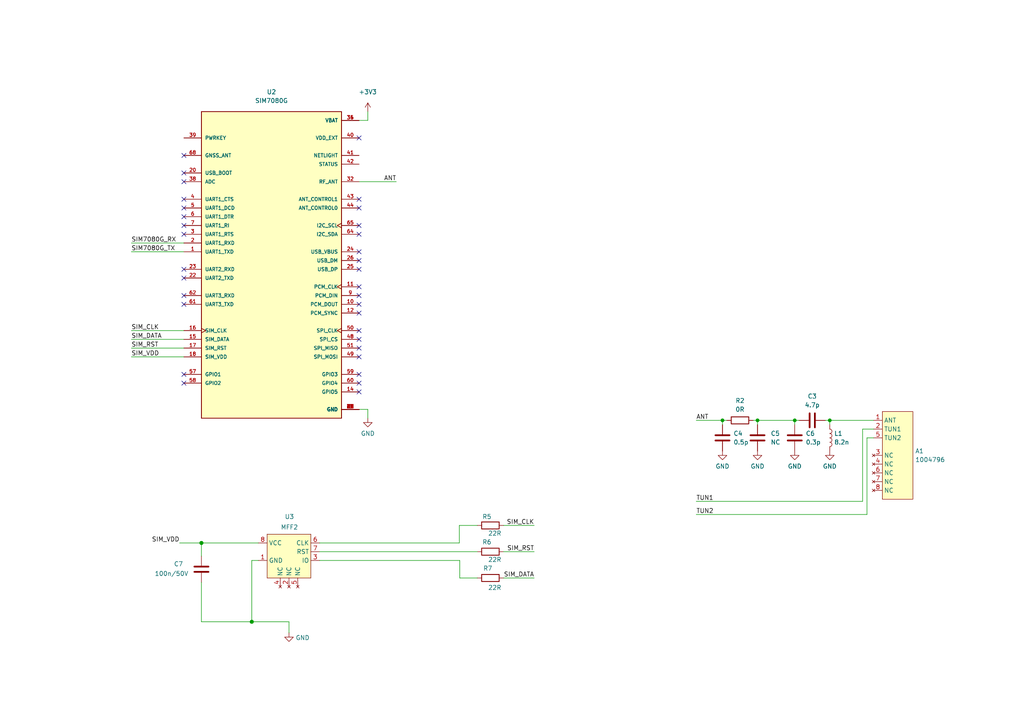
<source format=kicad_sch>
(kicad_sch (version 20211123) (generator eeschema)

  (uuid bd55fdf4-4b26-4e15-8345-bccf8d6ca79b)

  (paper "A4")

  (lib_symbols
    (symbol "Device:C" (pin_numbers hide) (pin_names (offset 0.254)) (in_bom yes) (on_board yes)
      (property "Reference" "C" (id 0) (at 0.635 2.54 0)
        (effects (font (size 1.27 1.27)) (justify left))
      )
      (property "Value" "C" (id 1) (at 0.635 -2.54 0)
        (effects (font (size 1.27 1.27)) (justify left))
      )
      (property "Footprint" "" (id 2) (at 0.9652 -3.81 0)
        (effects (font (size 1.27 1.27)) hide)
      )
      (property "Datasheet" "~" (id 3) (at 0 0 0)
        (effects (font (size 1.27 1.27)) hide)
      )
      (property "ki_keywords" "cap capacitor" (id 4) (at 0 0 0)
        (effects (font (size 1.27 1.27)) hide)
      )
      (property "ki_description" "Unpolarized capacitor" (id 5) (at 0 0 0)
        (effects (font (size 1.27 1.27)) hide)
      )
      (property "ki_fp_filters" "C_*" (id 6) (at 0 0 0)
        (effects (font (size 1.27 1.27)) hide)
      )
      (symbol "C_0_1"
        (polyline
          (pts
            (xy -2.032 -0.762)
            (xy 2.032 -0.762)
          )
          (stroke (width 0.508) (type default) (color 0 0 0 0))
          (fill (type none))
        )
        (polyline
          (pts
            (xy -2.032 0.762)
            (xy 2.032 0.762)
          )
          (stroke (width 0.508) (type default) (color 0 0 0 0))
          (fill (type none))
        )
      )
      (symbol "C_1_1"
        (pin passive line (at 0 3.81 270) (length 2.794)
          (name "~" (effects (font (size 1.27 1.27))))
          (number "1" (effects (font (size 1.27 1.27))))
        )
        (pin passive line (at 0 -3.81 90) (length 2.794)
          (name "~" (effects (font (size 1.27 1.27))))
          (number "2" (effects (font (size 1.27 1.27))))
        )
      )
    )
    (symbol "Device:L" (pin_numbers hide) (pin_names (offset 1.016) hide) (in_bom yes) (on_board yes)
      (property "Reference" "L" (id 0) (at -1.27 0 90)
        (effects (font (size 1.27 1.27)))
      )
      (property "Value" "L" (id 1) (at 1.905 0 90)
        (effects (font (size 1.27 1.27)))
      )
      (property "Footprint" "" (id 2) (at 0 0 0)
        (effects (font (size 1.27 1.27)) hide)
      )
      (property "Datasheet" "~" (id 3) (at 0 0 0)
        (effects (font (size 1.27 1.27)) hide)
      )
      (property "ki_keywords" "inductor choke coil reactor magnetic" (id 4) (at 0 0 0)
        (effects (font (size 1.27 1.27)) hide)
      )
      (property "ki_description" "Inductor" (id 5) (at 0 0 0)
        (effects (font (size 1.27 1.27)) hide)
      )
      (property "ki_fp_filters" "Choke_* *Coil* Inductor_* L_*" (id 6) (at 0 0 0)
        (effects (font (size 1.27 1.27)) hide)
      )
      (symbol "L_0_1"
        (arc (start 0 -2.54) (mid 0.635 -1.905) (end 0 -1.27)
          (stroke (width 0) (type default) (color 0 0 0 0))
          (fill (type none))
        )
        (arc (start 0 -1.27) (mid 0.635 -0.635) (end 0 0)
          (stroke (width 0) (type default) (color 0 0 0 0))
          (fill (type none))
        )
        (arc (start 0 0) (mid 0.635 0.635) (end 0 1.27)
          (stroke (width 0) (type default) (color 0 0 0 0))
          (fill (type none))
        )
        (arc (start 0 1.27) (mid 0.635 1.905) (end 0 2.54)
          (stroke (width 0) (type default) (color 0 0 0 0))
          (fill (type none))
        )
      )
      (symbol "L_1_1"
        (pin passive line (at 0 3.81 270) (length 1.27)
          (name "1" (effects (font (size 1.27 1.27))))
          (number "1" (effects (font (size 1.27 1.27))))
        )
        (pin passive line (at 0 -3.81 90) (length 1.27)
          (name "2" (effects (font (size 1.27 1.27))))
          (number "2" (effects (font (size 1.27 1.27))))
        )
      )
    )
    (symbol "Device:R" (pin_numbers hide) (pin_names (offset 0)) (in_bom yes) (on_board yes)
      (property "Reference" "R" (id 0) (at 2.032 0 90)
        (effects (font (size 1.27 1.27)))
      )
      (property "Value" "R" (id 1) (at 0 0 90)
        (effects (font (size 1.27 1.27)))
      )
      (property "Footprint" "" (id 2) (at -1.778 0 90)
        (effects (font (size 1.27 1.27)) hide)
      )
      (property "Datasheet" "~" (id 3) (at 0 0 0)
        (effects (font (size 1.27 1.27)) hide)
      )
      (property "ki_keywords" "R res resistor" (id 4) (at 0 0 0)
        (effects (font (size 1.27 1.27)) hide)
      )
      (property "ki_description" "Resistor" (id 5) (at 0 0 0)
        (effects (font (size 1.27 1.27)) hide)
      )
      (property "ki_fp_filters" "R_*" (id 6) (at 0 0 0)
        (effects (font (size 1.27 1.27)) hide)
      )
      (symbol "R_0_1"
        (rectangle (start -1.016 -2.54) (end 1.016 2.54)
          (stroke (width 0.254) (type default) (color 0 0 0 0))
          (fill (type none))
        )
      )
      (symbol "R_1_1"
        (pin passive line (at 0 3.81 270) (length 1.27)
          (name "~" (effects (font (size 1.27 1.27))))
          (number "1" (effects (font (size 1.27 1.27))))
        )
        (pin passive line (at 0 -3.81 90) (length 1.27)
          (name "~" (effects (font (size 1.27 1.27))))
          (number "2" (effects (font (size 1.27 1.27))))
        )
      )
    )
    (symbol "GND_6" (power) (pin_numbers hide) (pin_names (offset 0) hide) (in_bom yes) (on_board yes)
      (property "Reference" "#PWR" (id 0) (at 0 -6.35 0)
        (effects (font (size 1.27 1.27)) hide)
      )
      (property "Value" "GND_6" (id 1) (at 0 -3.81 0)
        (effects (font (size 1.27 1.27)))
      )
      (property "Footprint" "" (id 2) (at 0 0 0)
        (effects (font (size 1.27 1.27)) hide)
      )
      (property "Datasheet" "" (id 3) (at 0 0 0)
        (effects (font (size 1.27 1.27)) hide)
      )
      (property "ki_keywords" "power-flag" (id 4) (at 0 0 0)
        (effects (font (size 1.27 1.27)) hide)
      )
      (property "ki_description" "Power symbol creates a global label with name \"GND\" , ground" (id 5) (at 0 0 0)
        (effects (font (size 1.27 1.27)) hide)
      )
      (symbol "GND_6_0_1"
        (polyline
          (pts
            (xy 0 0)
            (xy 0 -1.27)
            (xy 1.27 -1.27)
            (xy 0 -2.54)
            (xy -1.27 -1.27)
            (xy 0 -1.27)
          )
          (stroke (width 0) (type default) (color 0 0 0 0))
          (fill (type none))
        )
      )
      (symbol "GND_6_1_1"
        (pin power_in line (at 0 0 270) (length 0) hide
          (name "GND" (effects (font (size 1.27 1.27))))
          (number "1" (effects (font (size 1.27 1.27))))
        )
      )
    )
    (symbol "MFF2:MFF2" (in_bom yes) (on_board yes)
      (property "Reference" "U" (id 0) (at 8.89 3.81 0)
        (effects (font (size 1.27 1.27)))
      )
      (property "Value" "MFF2" (id 1) (at 8.89 6.35 0)
        (effects (font (size 1.27 1.27)))
      )
      (property "Footprint" "" (id 2) (at 0 0 0)
        (effects (font (size 1.27 1.27)) hide)
      )
      (property "Datasheet" "" (id 3) (at 0 0 0)
        (effects (font (size 1.27 1.27)) hide)
      )
      (symbol "MFF2_0_0"
        (pin unspecified line (at 0 -5.08 0) (length 2.54)
          (name "GND" (effects (font (size 1.27 1.27))))
          (number "1" (effects (font (size 1.27 1.27))))
        )
        (pin no_connect line (at 8.89 -12.7 90) (length 2.54)
          (name "NC" (effects (font (size 1.27 1.27))))
          (number "2" (effects (font (size 1.27 1.27))))
        )
        (pin unspecified line (at 17.78 -5.08 180) (length 2.54)
          (name "IO" (effects (font (size 1.27 1.27))))
          (number "3" (effects (font (size 1.27 1.27))))
        )
        (pin no_connect line (at 6.35 -12.7 90) (length 2.54)
          (name "NC" (effects (font (size 1.27 1.27))))
          (number "4" (effects (font (size 1.27 1.27))))
        )
        (pin no_connect line (at 11.43 -12.7 90) (length 2.54)
          (name "NC" (effects (font (size 1.27 1.27))))
          (number "5" (effects (font (size 1.27 1.27))))
        )
        (pin unspecified line (at 17.78 0 180) (length 2.54)
          (name "CLK" (effects (font (size 1.27 1.27))))
          (number "6" (effects (font (size 1.27 1.27))))
        )
        (pin unspecified line (at 17.78 -2.54 180) (length 2.54)
          (name "RST" (effects (font (size 1.27 1.27))))
          (number "7" (effects (font (size 1.27 1.27))))
        )
        (pin unspecified line (at 0 0 0) (length 2.54)
          (name "VCC" (effects (font (size 1.27 1.27))))
          (number "8" (effects (font (size 1.27 1.27))))
        )
      )
      (symbol "MFF2_0_1"
        (rectangle (start 2.54 2.54) (end 15.24 -10.16)
          (stroke (width 0.1524) (type default) (color 0 0 0 0))
          (fill (type background))
        )
      )
    )
    (symbol "SIM7080G:SIM7080G" (pin_names (offset 1.016)) (in_bom yes) (on_board yes)
      (property "Reference" "U" (id 0) (at -20.066 44.196 0)
        (effects (font (size 1.27 1.27)) (justify left bottom))
      )
      (property "Value" "SIM7080G" (id 1) (at -20.066 -46.736 0)
        (effects (font (size 1.27 1.27)) (justify left top))
      )
      (property "Footprint" "SIM7080G" (id 2) (at 0 22.86 0)
        (effects (font (size 1.27 1.27)) (justify bottom) hide)
      )
      (property "Datasheet" "" (id 3) (at 0 0 0)
        (effects (font (size 1.27 1.27)) hide)
      )
      (property "MAXIMUM_PACKAGE_HEIGHT" "2.6 mm" (id 4) (at 0 0 0)
        (effects (font (size 1.27 1.27)) (justify bottom) hide)
      )
      (property "PARTREV" "1.04" (id 5) (at 0 35.56 0)
        (effects (font (size 1.27 1.27)) (justify bottom) hide)
      )
      (property "STANDARD" "Manufacturer Recommendation" (id 6) (at -2.54 39.37 0)
        (effects (font (size 1.27 1.27)) (justify bottom) hide)
      )
      (property "MANUFACTURER" "SIMCOM" (id 7) (at 0 25.4 0)
        (effects (font (size 1.27 1.27)) (justify bottom) hide)
      )
      (symbol "SIM7080G_0_0"
        (rectangle (start -20.32 -45.72) (end 20.32 43.18)
          (stroke (width 0.254) (type default) (color 0 0 0 0))
          (fill (type background))
        )
        (pin output line (at -25.4 2.54 0) (length 5.08)
          (name "UART1_TXD" (effects (font (size 1.016 1.016))))
          (number "1" (effects (font (size 1.016 1.016))))
        )
        (pin output line (at 25.4 -12.7 180) (length 5.08)
          (name "PCM_DOUT" (effects (font (size 1.016 1.016))))
          (number "10" (effects (font (size 1.016 1.016))))
        )
        (pin output clock (at 25.4 -7.62 180) (length 5.08)
          (name "PCM_CLK" (effects (font (size 1.016 1.016))))
          (number "11" (effects (font (size 1.016 1.016))))
        )
        (pin output line (at 25.4 -15.24 180) (length 5.08)
          (name "PCM_SYNC" (effects (font (size 1.016 1.016))))
          (number "12" (effects (font (size 1.016 1.016))))
        )
        (pin power_in line (at 25.4 -43.18 180) (length 5.08)
          (name "GND" (effects (font (size 1.016 1.016))))
          (number "13" (effects (font (size 1.016 1.016))))
        )
        (pin bidirectional line (at 25.4 -38.1 180) (length 5.08)
          (name "GPIO5" (effects (font (size 1.016 1.016))))
          (number "14" (effects (font (size 1.016 1.016))))
        )
        (pin bidirectional line (at -25.4 -22.86 0) (length 5.08)
          (name "SIM_DATA" (effects (font (size 1.016 1.016))))
          (number "15" (effects (font (size 1.016 1.016))))
        )
        (pin output clock (at -25.4 -20.32 0) (length 5.08)
          (name "SIM_CLK" (effects (font (size 1.016 1.016))))
          (number "16" (effects (font (size 1.016 1.016))))
        )
        (pin output line (at -25.4 -25.4 0) (length 5.08)
          (name "SIM_RST" (effects (font (size 1.016 1.016))))
          (number "17" (effects (font (size 1.016 1.016))))
        )
        (pin output line (at -25.4 -27.94 0) (length 5.08)
          (name "SIM_VDD" (effects (font (size 1.016 1.016))))
          (number "18" (effects (font (size 1.016 1.016))))
        )
        (pin power_in line (at 25.4 -43.18 180) (length 5.08)
          (name "GND" (effects (font (size 1.016 1.016))))
          (number "19" (effects (font (size 1.016 1.016))))
        )
        (pin input line (at -25.4 5.08 0) (length 5.08)
          (name "UART1_RXD" (effects (font (size 1.016 1.016))))
          (number "2" (effects (font (size 1.016 1.016))))
        )
        (pin input line (at -25.4 25.4 0) (length 5.08)
          (name "USB_BOOT" (effects (font (size 1.016 1.016))))
          (number "20" (effects (font (size 1.016 1.016))))
        )
        (pin power_in line (at 25.4 -43.18 180) (length 5.08)
          (name "GND" (effects (font (size 1.016 1.016))))
          (number "21" (effects (font (size 1.016 1.016))))
        )
        (pin output line (at -25.4 -5.08 0) (length 5.08)
          (name "UART2_TXD" (effects (font (size 1.016 1.016))))
          (number "22" (effects (font (size 1.016 1.016))))
        )
        (pin input line (at -25.4 -2.54 0) (length 5.08)
          (name "UART2_RXD" (effects (font (size 1.016 1.016))))
          (number "23" (effects (font (size 1.016 1.016))))
        )
        (pin input line (at 25.4 2.54 180) (length 5.08)
          (name "USB_VBUS" (effects (font (size 1.016 1.016))))
          (number "24" (effects (font (size 1.016 1.016))))
        )
        (pin bidirectional line (at 25.4 -2.54 180) (length 5.08)
          (name "USB_DP" (effects (font (size 1.016 1.016))))
          (number "25" (effects (font (size 1.016 1.016))))
        )
        (pin bidirectional line (at 25.4 0 180) (length 5.08)
          (name "USB_DM" (effects (font (size 1.016 1.016))))
          (number "26" (effects (font (size 1.016 1.016))))
        )
        (pin power_in line (at 25.4 -43.18 180) (length 5.08)
          (name "GND" (effects (font (size 1.016 1.016))))
          (number "27" (effects (font (size 1.016 1.016))))
        )
        (pin input line (at -25.4 7.62 0) (length 5.08)
          (name "UART1_RTS" (effects (font (size 1.016 1.016))))
          (number "3" (effects (font (size 1.016 1.016))))
        )
        (pin power_in line (at 25.4 -43.18 180) (length 5.08)
          (name "GND" (effects (font (size 1.016 1.016))))
          (number "30" (effects (font (size 1.016 1.016))))
        )
        (pin power_in line (at 25.4 -43.18 180) (length 5.08)
          (name "GND" (effects (font (size 1.016 1.016))))
          (number "31" (effects (font (size 1.016 1.016))))
        )
        (pin bidirectional line (at 25.4 22.86 180) (length 5.08)
          (name "RF_ANT" (effects (font (size 1.016 1.016))))
          (number "32" (effects (font (size 1.016 1.016))))
        )
        (pin power_in line (at 25.4 -43.18 180) (length 5.08)
          (name "GND" (effects (font (size 1.016 1.016))))
          (number "33" (effects (font (size 1.016 1.016))))
        )
        (pin power_in line (at 25.4 40.64 180) (length 5.08)
          (name "VBAT" (effects (font (size 1.016 1.016))))
          (number "34" (effects (font (size 1.016 1.016))))
        )
        (pin power_in line (at 25.4 40.64 180) (length 5.08)
          (name "VBAT" (effects (font (size 1.016 1.016))))
          (number "35" (effects (font (size 1.016 1.016))))
        )
        (pin power_in line (at 25.4 -43.18 180) (length 5.08)
          (name "GND" (effects (font (size 1.016 1.016))))
          (number "36" (effects (font (size 1.016 1.016))))
        )
        (pin power_in line (at 25.4 -43.18 180) (length 5.08)
          (name "GND" (effects (font (size 1.016 1.016))))
          (number "37" (effects (font (size 1.016 1.016))))
        )
        (pin input line (at -25.4 22.86 0) (length 5.08)
          (name "ADC" (effects (font (size 1.016 1.016))))
          (number "38" (effects (font (size 1.016 1.016))))
        )
        (pin input line (at -25.4 35.56 0) (length 5.08)
          (name "PWRKEY" (effects (font (size 1.016 1.016))))
          (number "39" (effects (font (size 1.016 1.016))))
        )
        (pin output line (at -25.4 17.78 0) (length 5.08)
          (name "UART1_CTS" (effects (font (size 1.016 1.016))))
          (number "4" (effects (font (size 1.016 1.016))))
        )
        (pin output line (at 25.4 35.56 180) (length 5.08)
          (name "VDD_EXT" (effects (font (size 1.016 1.016))))
          (number "40" (effects (font (size 1.016 1.016))))
        )
        (pin output line (at 25.4 30.48 180) (length 5.08)
          (name "NETLIGHT" (effects (font (size 1.016 1.016))))
          (number "41" (effects (font (size 1.016 1.016))))
        )
        (pin output line (at 25.4 27.94 180) (length 5.08)
          (name "STATUS" (effects (font (size 1.016 1.016))))
          (number "42" (effects (font (size 1.016 1.016))))
        )
        (pin bidirectional line (at 25.4 17.78 180) (length 5.08)
          (name "ANT_CONTROL1" (effects (font (size 1.016 1.016))))
          (number "43" (effects (font (size 1.016 1.016))))
        )
        (pin output line (at 25.4 15.24 180) (length 5.08)
          (name "ANT_CONTROL0" (effects (font (size 1.016 1.016))))
          (number "44" (effects (font (size 1.016 1.016))))
        )
        (pin power_in line (at 25.4 -43.18 180) (length 5.08)
          (name "GND" (effects (font (size 1.016 1.016))))
          (number "45" (effects (font (size 1.016 1.016))))
        )
        (pin output line (at 25.4 -22.86 180) (length 5.08)
          (name "SPI_CS" (effects (font (size 1.016 1.016))))
          (number "48" (effects (font (size 1.016 1.016))))
        )
        (pin output line (at 25.4 -27.94 180) (length 5.08)
          (name "SPI_MOSI" (effects (font (size 1.016 1.016))))
          (number "49" (effects (font (size 1.016 1.016))))
        )
        (pin output line (at -25.4 15.24 0) (length 5.08)
          (name "UART1_DCD" (effects (font (size 1.016 1.016))))
          (number "5" (effects (font (size 1.016 1.016))))
        )
        (pin output clock (at 25.4 -20.32 180) (length 5.08)
          (name "SPI_CLK" (effects (font (size 1.016 1.016))))
          (number "50" (effects (font (size 1.016 1.016))))
        )
        (pin input line (at 25.4 -25.4 180) (length 5.08)
          (name "SPI_MISO" (effects (font (size 1.016 1.016))))
          (number "51" (effects (font (size 1.016 1.016))))
        )
        (pin bidirectional line (at -25.4 -33.02 0) (length 5.08)
          (name "GPIO1" (effects (font (size 1.016 1.016))))
          (number "57" (effects (font (size 1.016 1.016))))
        )
        (pin bidirectional line (at -25.4 -35.56 0) (length 5.08)
          (name "GPIO2" (effects (font (size 1.016 1.016))))
          (number "58" (effects (font (size 1.016 1.016))))
        )
        (pin bidirectional line (at 25.4 -33.02 180) (length 5.08)
          (name "GPIO3" (effects (font (size 1.016 1.016))))
          (number "59" (effects (font (size 1.016 1.016))))
        )
        (pin input line (at -25.4 12.7 0) (length 5.08)
          (name "UART1_DTR" (effects (font (size 1.016 1.016))))
          (number "6" (effects (font (size 1.016 1.016))))
        )
        (pin bidirectional line (at 25.4 -35.56 180) (length 5.08)
          (name "GPIO4" (effects (font (size 1.016 1.016))))
          (number "60" (effects (font (size 1.016 1.016))))
        )
        (pin output line (at -25.4 -12.7 0) (length 5.08)
          (name "UART3_TXD" (effects (font (size 1.016 1.016))))
          (number "61" (effects (font (size 1.016 1.016))))
        )
        (pin input line (at -25.4 -10.16 0) (length 5.08)
          (name "UART3_RXD" (effects (font (size 1.016 1.016))))
          (number "62" (effects (font (size 1.016 1.016))))
        )
        (pin power_in line (at 25.4 -43.18 180) (length 5.08)
          (name "GND" (effects (font (size 1.016 1.016))))
          (number "63" (effects (font (size 1.016 1.016))))
        )
        (pin bidirectional line (at 25.4 7.62 180) (length 5.08)
          (name "I2C_SDA" (effects (font (size 1.016 1.016))))
          (number "64" (effects (font (size 1.016 1.016))))
        )
        (pin output clock (at 25.4 10.16 180) (length 5.08)
          (name "I2C_SCL" (effects (font (size 1.016 1.016))))
          (number "65" (effects (font (size 1.016 1.016))))
        )
        (pin power_in line (at 25.4 -43.18 180) (length 5.08)
          (name "GND" (effects (font (size 1.016 1.016))))
          (number "66" (effects (font (size 1.016 1.016))))
        )
        (pin power_in line (at 25.4 -43.18 180) (length 5.08)
          (name "GND" (effects (font (size 1.016 1.016))))
          (number "67" (effects (font (size 1.016 1.016))))
        )
        (pin input line (at -25.4 30.48 0) (length 5.08)
          (name "GNSS_ANT" (effects (font (size 1.016 1.016))))
          (number "68" (effects (font (size 1.016 1.016))))
        )
        (pin power_in line (at 25.4 -43.18 180) (length 5.08)
          (name "GND" (effects (font (size 1.016 1.016))))
          (number "69" (effects (font (size 1.016 1.016))))
        )
        (pin output line (at -25.4 10.16 0) (length 5.08)
          (name "UART1_RI" (effects (font (size 1.016 1.016))))
          (number "7" (effects (font (size 1.016 1.016))))
        )
        (pin power_in line (at 25.4 -43.18 180) (length 5.08)
          (name "GND" (effects (font (size 1.016 1.016))))
          (number "70" (effects (font (size 1.016 1.016))))
        )
        (pin power_in line (at 25.4 -43.18 180) (length 5.08)
          (name "GND" (effects (font (size 1.016 1.016))))
          (number "71" (effects (font (size 1.016 1.016))))
        )
        (pin power_in line (at 25.4 -43.18 180) (length 5.08)
          (name "GND" (effects (font (size 1.016 1.016))))
          (number "72" (effects (font (size 1.016 1.016))))
        )
        (pin power_in line (at 25.4 -43.18 180) (length 5.08)
          (name "GND" (effects (font (size 1.016 1.016))))
          (number "73" (effects (font (size 1.016 1.016))))
        )
        (pin power_in line (at 25.4 -43.18 180) (length 5.08)
          (name "GND" (effects (font (size 1.016 1.016))))
          (number "74" (effects (font (size 1.016 1.016))))
        )
        (pin power_in line (at 25.4 -43.18 180) (length 5.08)
          (name "GND" (effects (font (size 1.016 1.016))))
          (number "75" (effects (font (size 1.016 1.016))))
        )
        (pin power_in line (at 25.4 -43.18 180) (length 5.08)
          (name "GND" (effects (font (size 1.016 1.016))))
          (number "76" (effects (font (size 1.016 1.016))))
        )
        (pin power_in line (at 25.4 -43.18 180) (length 5.08)
          (name "GND" (effects (font (size 1.016 1.016))))
          (number "77" (effects (font (size 1.016 1.016))))
        )
        (pin power_in line (at 25.4 -43.18 180) (length 5.08)
          (name "GND" (effects (font (size 1.016 1.016))))
          (number "8" (effects (font (size 1.016 1.016))))
        )
        (pin input line (at 25.4 -10.16 180) (length 5.08)
          (name "PCM_DIN" (effects (font (size 1.016 1.016))))
          (number "9" (effects (font (size 1.016 1.016))))
        )
      )
    )
    (symbol "dw-card:1004796" (in_bom yes) (on_board yes)
      (property "Reference" "A" (id 0) (at 6.35 3.81 0)
        (effects (font (size 1.27 1.27)))
      )
      (property "Value" "1004796" (id 1) (at 6.35 -24.13 0)
        (effects (font (size 1.27 1.27)))
      )
      (property "Footprint" "dw-card:1004796" (id 2) (at 12.7 -10.16 90)
        (effects (font (size 1.27 1.27)) hide)
      )
      (property "Datasheet" "" (id 3) (at 0 0 0)
        (effects (font (size 1.27 1.27)) hide)
      )
      (symbol "1004796_0_0"
        (pin unspecified line (at 0 0 0) (length 2.54)
          (name "ANT" (effects (font (size 1.27 1.27))))
          (number "1" (effects (font (size 1.27 1.27))))
        )
        (pin unspecified line (at 0 -2.54 0) (length 2.54)
          (name "TUN1" (effects (font (size 1.27 1.27))))
          (number "2" (effects (font (size 1.27 1.27))))
        )
        (pin no_connect line (at 0 -10.16 0) (length 2.54)
          (name "NC" (effects (font (size 1.27 1.27))))
          (number "3" (effects (font (size 1.27 1.27))))
        )
        (pin no_connect line (at 0 -12.7 0) (length 2.54)
          (name "NC" (effects (font (size 1.27 1.27))))
          (number "4" (effects (font (size 1.27 1.27))))
        )
        (pin unspecified line (at 0 -5.08 0) (length 2.54)
          (name "TUN2" (effects (font (size 1.27 1.27))))
          (number "5" (effects (font (size 1.27 1.27))))
        )
        (pin no_connect line (at 0 -15.24 0) (length 2.54)
          (name "NC" (effects (font (size 1.27 1.27))))
          (number "6" (effects (font (size 1.27 1.27))))
        )
        (pin no_connect line (at 0 -17.78 0) (length 2.54)
          (name "NC" (effects (font (size 1.27 1.27))))
          (number "7" (effects (font (size 1.27 1.27))))
        )
        (pin no_connect line (at 0 -20.32 0) (length 2.54)
          (name "NC" (effects (font (size 1.27 1.27))))
          (number "8" (effects (font (size 1.27 1.27))))
        )
      )
      (symbol "1004796_0_1"
        (rectangle (start 2.54 2.54) (end 11.43 -22.86)
          (stroke (width 0) (type default) (color 0 0 0 0))
          (fill (type background))
        )
      )
    )
    (symbol "power:+3V3" (power) (pin_names (offset 0)) (in_bom yes) (on_board yes)
      (property "Reference" "#PWR" (id 0) (at 0 -3.81 0)
        (effects (font (size 1.27 1.27)) hide)
      )
      (property "Value" "+3V3" (id 1) (at 0 3.556 0)
        (effects (font (size 1.27 1.27)))
      )
      (property "Footprint" "" (id 2) (at 0 0 0)
        (effects (font (size 1.27 1.27)) hide)
      )
      (property "Datasheet" "" (id 3) (at 0 0 0)
        (effects (font (size 1.27 1.27)) hide)
      )
      (property "ki_keywords" "power-flag" (id 4) (at 0 0 0)
        (effects (font (size 1.27 1.27)) hide)
      )
      (property "ki_description" "Power symbol creates a global label with name \"+3V3\"" (id 5) (at 0 0 0)
        (effects (font (size 1.27 1.27)) hide)
      )
      (symbol "+3V3_0_1"
        (polyline
          (pts
            (xy -0.762 1.27)
            (xy 0 2.54)
          )
          (stroke (width 0) (type default) (color 0 0 0 0))
          (fill (type none))
        )
        (polyline
          (pts
            (xy 0 0)
            (xy 0 2.54)
          )
          (stroke (width 0) (type default) (color 0 0 0 0))
          (fill (type none))
        )
        (polyline
          (pts
            (xy 0 2.54)
            (xy 0.762 1.27)
          )
          (stroke (width 0) (type default) (color 0 0 0 0))
          (fill (type none))
        )
      )
      (symbol "+3V3_1_1"
        (pin power_in line (at 0 0 90) (length 0) hide
          (name "+3V3" (effects (font (size 1.27 1.27))))
          (number "1" (effects (font (size 1.27 1.27))))
        )
      )
    )
    (symbol "power:GND" (power) (pin_names (offset 0)) (in_bom yes) (on_board yes)
      (property "Reference" "#PWR" (id 0) (at 0 -6.35 0)
        (effects (font (size 1.27 1.27)) hide)
      )
      (property "Value" "GND" (id 1) (at 0 -3.81 0)
        (effects (font (size 1.27 1.27)))
      )
      (property "Footprint" "" (id 2) (at 0 0 0)
        (effects (font (size 1.27 1.27)) hide)
      )
      (property "Datasheet" "" (id 3) (at 0 0 0)
        (effects (font (size 1.27 1.27)) hide)
      )
      (property "ki_keywords" "power-flag" (id 4) (at 0 0 0)
        (effects (font (size 1.27 1.27)) hide)
      )
      (property "ki_description" "Power symbol creates a global label with name \"GND\" , ground" (id 5) (at 0 0 0)
        (effects (font (size 1.27 1.27)) hide)
      )
      (symbol "GND_0_1"
        (polyline
          (pts
            (xy 0 0)
            (xy 0 -1.27)
            (xy 1.27 -1.27)
            (xy 0 -2.54)
            (xy -1.27 -1.27)
            (xy 0 -1.27)
          )
          (stroke (width 0) (type default) (color 0 0 0 0))
          (fill (type none))
        )
      )
      (symbol "GND_1_1"
        (pin power_in line (at 0 0 270) (length 0) hide
          (name "GND" (effects (font (size 1.27 1.27))))
          (number "1" (effects (font (size 1.27 1.27))))
        )
      )
    )
  )

  (junction (at 230.505 121.92) (diameter 0) (color 0 0 0 0)
    (uuid 2be7a323-fb47-4559-a69d-7e3cfade3dbb)
  )
  (junction (at 209.55 121.92) (diameter 0) (color 0 0 0 0)
    (uuid 2f924c76-07cc-46bd-99de-b0549ccb109b)
  )
  (junction (at 73.025 180.34) (diameter 1.016) (color 0 0 0 0)
    (uuid 42ce184c-d208-40d0-abcc-c03aa29a58bc)
  )
  (junction (at 240.665 121.92) (diameter 0) (color 0 0 0 0)
    (uuid 57383144-458b-4df3-bcec-e1d36ff61ced)
  )
  (junction (at 219.71 121.92) (diameter 0) (color 0 0 0 0)
    (uuid a5a1ec26-529a-43aa-b8f0-0053f42842b2)
  )
  (junction (at 58.42 157.48) (diameter 1.016) (color 0 0 0 0)
    (uuid ff4cb94f-ab35-4937-81d6-996ca04428ec)
  )

  (no_connect (at 104.14 40.005) (uuid cceba20b-1482-4aae-b57e-fdb58d03885f))
  (no_connect (at 53.34 45.085) (uuid cceba20b-1482-4aae-b57e-fdb58d03885f))
  (no_connect (at 104.14 83.185) (uuid cceba20b-1482-4aae-b57e-fdb58d03885f))
  (no_connect (at 53.34 50.165) (uuid cceba20b-1482-4aae-b57e-fdb58d03885f))
  (no_connect (at 53.34 88.265) (uuid cceba20b-1482-4aae-b57e-fdb58d03885f))
  (no_connect (at 53.34 78.105) (uuid cceba20b-1482-4aae-b57e-fdb58d03885f))
  (no_connect (at 53.34 108.585) (uuid cceba20b-1482-4aae-b57e-fdb58d03885f))
  (no_connect (at 53.34 111.125) (uuid cceba20b-1482-4aae-b57e-fdb58d03885f))
  (no_connect (at 104.14 60.325) (uuid cceba20b-1482-4aae-b57e-fdb58d03885f))
  (no_connect (at 104.14 65.405) (uuid cceba20b-1482-4aae-b57e-fdb58d03885f))
  (no_connect (at 104.14 67.945) (uuid cceba20b-1482-4aae-b57e-fdb58d03885f))
  (no_connect (at 104.14 57.785) (uuid cceba20b-1482-4aae-b57e-fdb58d03885f))
  (no_connect (at 104.14 113.665) (uuid cceba20b-1482-4aae-b57e-fdb58d03885f))
  (no_connect (at 104.14 111.125) (uuid cceba20b-1482-4aae-b57e-fdb58d03885f))
  (no_connect (at 104.14 98.425) (uuid cceba20b-1482-4aae-b57e-fdb58d03885f))
  (no_connect (at 104.14 95.885) (uuid cceba20b-1482-4aae-b57e-fdb58d03885f))
  (no_connect (at 104.14 100.965) (uuid cceba20b-1482-4aae-b57e-fdb58d03885f))
  (no_connect (at 104.14 103.505) (uuid cceba20b-1482-4aae-b57e-fdb58d03885f))
  (no_connect (at 104.14 108.585) (uuid cceba20b-1482-4aae-b57e-fdb58d03885f))
  (no_connect (at 104.14 88.265) (uuid cceba20b-1482-4aae-b57e-fdb58d03885f))
  (no_connect (at 104.14 78.105) (uuid cceba20b-1482-4aae-b57e-fdb58d03885f))
  (no_connect (at 104.14 75.565) (uuid cceba20b-1482-4aae-b57e-fdb58d03885f))
  (no_connect (at 104.14 85.725) (uuid cceba20b-1482-4aae-b57e-fdb58d03885f))
  (no_connect (at 104.14 73.025) (uuid cceba20b-1482-4aae-b57e-fdb58d03885f))
  (no_connect (at 104.14 90.805) (uuid cceba20b-1482-4aae-b57e-fdb58d03885f))
  (no_connect (at 53.34 57.785) (uuid cceba20b-1482-4aae-b57e-fdb58d03885f))
  (no_connect (at 53.34 52.705) (uuid cceba20b-1482-4aae-b57e-fdb58d03885f))
  (no_connect (at 53.34 85.725) (uuid cceba20b-1482-4aae-b57e-fdb58d03885f))
  (no_connect (at 53.34 60.325) (uuid cceba20b-1482-4aae-b57e-fdb58d03885f))
  (no_connect (at 53.34 62.865) (uuid cceba20b-1482-4aae-b57e-fdb58d03885f))
  (no_connect (at 53.34 67.945) (uuid cceba20b-1482-4aae-b57e-fdb58d03885f))
  (no_connect (at 53.34 80.645) (uuid cceba20b-1482-4aae-b57e-fdb58d03885f))
  (no_connect (at 53.34 65.405) (uuid cceba20b-1482-4aae-b57e-fdb58d03885f))

  (wire (pts (xy 73.025 180.34) (xy 83.82 180.34))
    (stroke (width 0) (type solid) (color 0 0 0 0))
    (uuid 0437950f-4088-4007-a4b5-c8a970a5cb4e)
  )
  (wire (pts (xy 219.71 121.92) (xy 230.505 121.92))
    (stroke (width 0) (type default) (color 0 0 0 0))
    (uuid 0f1eab06-0da9-44f0-ba0a-576e7f9da35f)
  )
  (wire (pts (xy 250.19 124.46) (xy 253.365 124.46))
    (stroke (width 0) (type default) (color 0 0 0 0))
    (uuid 1a5edb87-a091-4c99-8402-7bb0445d8e4c)
  )
  (wire (pts (xy 104.14 34.925) (xy 106.68 34.925))
    (stroke (width 0) (type default) (color 0 0 0 0))
    (uuid 1dc94e6d-ae8e-4b08-8bbf-2b3bb5507d47)
  )
  (wire (pts (xy 250.19 145.415) (xy 250.19 124.46))
    (stroke (width 0) (type default) (color 0 0 0 0))
    (uuid 224009f5-e3ca-4570-b839-0b8ffece6ac2)
  )
  (wire (pts (xy 38.1 73.025) (xy 53.34 73.025))
    (stroke (width 0) (type default) (color 0 0 0 0))
    (uuid 2e747767-0d2c-4264-b014-0566f4b5a961)
  )
  (wire (pts (xy 218.44 121.92) (xy 219.71 121.92))
    (stroke (width 0) (type default) (color 0 0 0 0))
    (uuid 2fa73667-8384-4673-8edd-9fa2d14c3612)
  )
  (wire (pts (xy 73.025 162.56) (xy 74.93 162.56))
    (stroke (width 0) (type default) (color 0 0 0 0))
    (uuid 40237f96-fd52-4dd0-8fc7-f5c9cd27fbe4)
  )
  (wire (pts (xy 38.1 98.425) (xy 53.34 98.425))
    (stroke (width 0) (type default) (color 0 0 0 0))
    (uuid 436e696c-a150-4e05-9727-9ad7fdd16ab9)
  )
  (wire (pts (xy 58.42 161.29) (xy 58.42 157.48))
    (stroke (width 0) (type solid) (color 0 0 0 0))
    (uuid 51b7168f-9067-41a5-b244-d5dc4307d24e)
  )
  (wire (pts (xy 58.42 157.48) (xy 74.93 157.48))
    (stroke (width 0) (type solid) (color 0 0 0 0))
    (uuid 51d94277-dccd-4d75-900c-f2012f5fa692)
  )
  (wire (pts (xy 104.14 52.705) (xy 114.935 52.705))
    (stroke (width 0) (type default) (color 0 0 0 0))
    (uuid 52aec733-b673-447c-9135-4265b1ff37a2)
  )
  (wire (pts (xy 240.665 121.92) (xy 253.365 121.92))
    (stroke (width 0) (type default) (color 0 0 0 0))
    (uuid 56ea555a-c80b-4c33-ba25-3b0d842dd4fa)
  )
  (wire (pts (xy 52.07 157.48) (xy 58.42 157.48))
    (stroke (width 0) (type solid) (color 0 0 0 0))
    (uuid 61d15f2c-56e9-42a8-8495-3b18dbb677f1)
  )
  (wire (pts (xy 58.42 180.34) (xy 73.025 180.34))
    (stroke (width 0) (type solid) (color 0 0 0 0))
    (uuid 65cdea9c-47ac-4693-b91e-663751b0aecb)
  )
  (wire (pts (xy 38.1 103.505) (xy 53.34 103.505))
    (stroke (width 0) (type default) (color 0 0 0 0))
    (uuid 6d00c837-b2b6-49f6-86f1-23c8e9a91150)
  )
  (wire (pts (xy 201.93 149.225) (xy 251.46 149.225))
    (stroke (width 0) (type default) (color 0 0 0 0))
    (uuid 6ee6cdc3-9ac7-4a8d-9b0b-23b501b8728d)
  )
  (wire (pts (xy 251.46 127) (xy 251.46 149.225))
    (stroke (width 0) (type default) (color 0 0 0 0))
    (uuid 6ff45753-5dd9-4fdd-8250-21f3f377c7ed)
  )
  (wire (pts (xy 230.505 121.92) (xy 230.505 123.19))
    (stroke (width 0) (type default) (color 0 0 0 0))
    (uuid 7843ce53-5483-45e3-a3c2-1717ba2046f8)
  )
  (wire (pts (xy 209.55 121.92) (xy 210.82 121.92))
    (stroke (width 0) (type default) (color 0 0 0 0))
    (uuid 79061a3c-24b7-49c7-8d57-57f2ab13d79f)
  )
  (wire (pts (xy 73.025 162.56) (xy 73.025 180.34))
    (stroke (width 0) (type solid) (color 0 0 0 0))
    (uuid 7bd0f0c3-0761-436b-9170-8bf2db9bd5d5)
  )
  (wire (pts (xy 146.05 167.64) (xy 154.94 167.64))
    (stroke (width 0) (type default) (color 0 0 0 0))
    (uuid 7f6586bc-5bea-4cac-9e3e-ea28147e2a75)
  )
  (wire (pts (xy 146.05 160.02) (xy 154.94 160.02))
    (stroke (width 0) (type default) (color 0 0 0 0))
    (uuid 806d29b4-3edc-429b-88d3-5527d83be0f2)
  )
  (wire (pts (xy 38.1 95.885) (xy 53.34 95.885))
    (stroke (width 0) (type default) (color 0 0 0 0))
    (uuid 82a67ccd-4b7b-4acf-8e6f-36c8a5ffedd5)
  )
  (wire (pts (xy 106.68 118.745) (xy 106.68 121.285))
    (stroke (width 0) (type default) (color 0 0 0 0))
    (uuid 8503cfb8-3f49-4149-8f7a-d5bfbecaf081)
  )
  (wire (pts (xy 38.1 70.485) (xy 53.34 70.485))
    (stroke (width 0) (type default) (color 0 0 0 0))
    (uuid 8daac4d0-c93a-4123-9887-b59a2701ff69)
  )
  (wire (pts (xy 230.505 121.92) (xy 231.775 121.92))
    (stroke (width 0) (type default) (color 0 0 0 0))
    (uuid 8deb4e64-d175-452a-a85f-0b9e3ba80601)
  )
  (wire (pts (xy 146.05 152.4) (xy 154.94 152.4))
    (stroke (width 0) (type default) (color 0 0 0 0))
    (uuid 919f4b75-63b5-4e97-92cd-173af7c44469)
  )
  (wire (pts (xy 92.71 157.48) (xy 133.223 157.48))
    (stroke (width 0) (type default) (color 0 0 0 0))
    (uuid 9d151c1f-c072-4173-88b7-0cd4617782a4)
  )
  (wire (pts (xy 133.35 167.64) (xy 138.43 167.64))
    (stroke (width 0) (type solid) (color 0 0 0 0))
    (uuid a5968438-d04b-4cb1-bdbb-7c44c5ad70ad)
  )
  (wire (pts (xy 219.71 121.92) (xy 219.71 123.19))
    (stroke (width 0) (type default) (color 0 0 0 0))
    (uuid a98b222a-68c1-4969-82c8-1127e053a78c)
  )
  (wire (pts (xy 201.93 145.415) (xy 250.19 145.415))
    (stroke (width 0) (type default) (color 0 0 0 0))
    (uuid b4ff8c2a-b0d6-43ba-adde-33407f513019)
  )
  (wire (pts (xy 133.223 157.48) (xy 133.223 152.4))
    (stroke (width 0) (type solid) (color 0 0 0 0))
    (uuid b56bfd53-3299-4c7a-a87d-ea40a2f3b264)
  )
  (wire (pts (xy 104.14 118.745) (xy 106.68 118.745))
    (stroke (width 0) (type default) (color 0 0 0 0))
    (uuid b891669e-f383-4b3d-a91f-cbde9522ab6f)
  )
  (wire (pts (xy 58.42 168.91) (xy 58.42 180.34))
    (stroke (width 0) (type solid) (color 0 0 0 0))
    (uuid c2881c86-0379-4b22-90c8-20e15b3d3199)
  )
  (wire (pts (xy 38.1 100.965) (xy 53.34 100.965))
    (stroke (width 0) (type default) (color 0 0 0 0))
    (uuid c2cfd966-3ade-4b80-ad29-526e985cba40)
  )
  (wire (pts (xy 133.35 167.64) (xy 133.35 162.56))
    (stroke (width 0) (type solid) (color 0 0 0 0))
    (uuid cffd8e31-5f95-429b-8466-a9fea6d03e7d)
  )
  (wire (pts (xy 240.665 121.92) (xy 240.665 123.19))
    (stroke (width 0) (type default) (color 0 0 0 0))
    (uuid da39ec92-b0b4-4198-9eb5-05cf939d207e)
  )
  (wire (pts (xy 106.68 34.925) (xy 106.68 32.385))
    (stroke (width 0) (type default) (color 0 0 0 0))
    (uuid de0e7537-3cb1-4058-b44c-5981bc7aa456)
  )
  (wire (pts (xy 133.223 152.4) (xy 138.43 152.4))
    (stroke (width 0) (type solid) (color 0 0 0 0))
    (uuid e1de5b66-b1c6-4149-96bb-0ed24788d79c)
  )
  (wire (pts (xy 253.365 127) (xy 251.46 127))
    (stroke (width 0) (type default) (color 0 0 0 0))
    (uuid e44ed2ff-ff8c-4bb9-b5d3-4947ec979560)
  )
  (wire (pts (xy 239.395 121.92) (xy 240.665 121.92))
    (stroke (width 0) (type default) (color 0 0 0 0))
    (uuid e55e8799-442a-47f1-8a97-0670221aa5ba)
  )
  (wire (pts (xy 92.71 160.02) (xy 138.43 160.02))
    (stroke (width 0) (type solid) (color 0 0 0 0))
    (uuid e8ae1a00-2f6a-4c38-9618-dd158db27860)
  )
  (wire (pts (xy 201.93 121.92) (xy 209.55 121.92))
    (stroke (width 0) (type default) (color 0 0 0 0))
    (uuid ed29c092-d2ab-4d59-9b19-94a421eed6d1)
  )
  (wire (pts (xy 209.55 121.92) (xy 209.55 123.19))
    (stroke (width 0) (type default) (color 0 0 0 0))
    (uuid eeec06a7-897b-4a4d-b268-9d810952692e)
  )
  (wire (pts (xy 92.71 162.56) (xy 133.35 162.56))
    (stroke (width 0) (type solid) (color 0 0 0 0))
    (uuid f00e1f44-93fd-4bf1-af7e-2da47a2039ff)
  )
  (wire (pts (xy 83.82 180.34) (xy 83.82 183.515))
    (stroke (width 0) (type solid) (color 0 0 0 0))
    (uuid f160fcd1-2189-4ce0-b4d8-ccd2c55f035c)
  )

  (label "SIM7080G_RX" (at 38.1 70.485 0)
    (effects (font (size 1.27 1.27)) (justify left bottom))
    (uuid 0a055a79-8fd5-49e3-a2a7-740a21e67fe8)
  )
  (label "SIM7080G_TX" (at 38.1 73.025 0)
    (effects (font (size 1.27 1.27)) (justify left bottom))
    (uuid 2bc5036b-4dc3-457a-bfcb-b0b066000487)
  )
  (label "TUN1" (at 201.93 145.415 0)
    (effects (font (size 1.27 1.27)) (justify left bottom))
    (uuid 32c10d80-874e-478c-896f-68a82fdf8a31)
  )
  (label "ANT" (at 201.93 121.92 0)
    (effects (font (size 1.27 1.27)) (justify left bottom))
    (uuid 3e2cc6a3-6490-44ca-b401-abd32559d12a)
  )
  (label "SIM_CLK" (at 38.1 95.885 0)
    (effects (font (size 1.27 1.27)) (justify left bottom))
    (uuid 52eb83d1-529e-45f3-afee-bc83569580cd)
  )
  (label "SIM_DATA" (at 154.94 167.64 180)
    (effects (font (size 1.27 1.27)) (justify right bottom))
    (uuid 599e91df-a3e5-4e3d-8336-432f7cd7000d)
  )
  (label "SIM_DATA" (at 38.1 98.425 0)
    (effects (font (size 1.27 1.27)) (justify left bottom))
    (uuid 6fb089e0-ba2c-4c4c-8ced-0183e365910e)
  )
  (label "SIM_CLK" (at 154.94 152.4 180)
    (effects (font (size 1.27 1.27)) (justify right bottom))
    (uuid 7e318d22-2734-4479-bb91-9e57681c747a)
  )
  (label "SIM_VDD" (at 38.1 103.505 0)
    (effects (font (size 1.27 1.27)) (justify left bottom))
    (uuid 806f2251-2563-4590-b570-a876a3e47b69)
  )
  (label "SIM_RST" (at 38.1 100.965 0)
    (effects (font (size 1.27 1.27)) (justify left bottom))
    (uuid b024197f-1283-4f5d-94f1-ec9ba52facaa)
  )
  (label "ANT" (at 114.935 52.705 180)
    (effects (font (size 1.27 1.27)) (justify right bottom))
    (uuid b0d66854-fbb7-4406-b40a-d74065373270)
  )
  (label "SIM_RST" (at 154.94 160.02 180)
    (effects (font (size 1.27 1.27)) (justify right bottom))
    (uuid c2a7d673-6a6f-4879-92dd-415e4f3ac4b5)
  )
  (label "TUN2" (at 201.93 149.225 0)
    (effects (font (size 1.27 1.27)) (justify left bottom))
    (uuid c46a039b-c037-4750-a600-21585a01e581)
  )
  (label "SIM_VDD" (at 52.07 157.48 180)
    (effects (font (size 1.27 1.27)) (justify right bottom))
    (uuid eee5718c-5071-4c83-ad75-7b5c5948049d)
  )

  (symbol (lib_id "power:GND") (at 209.55 130.81 0) (unit 1)
    (in_bom yes) (on_board yes) (fields_autoplaced)
    (uuid 0cb13496-d9f6-4375-8172-be6925263560)
    (property "Reference" "#PWR0135" (id 0) (at 209.55 137.16 0)
      (effects (font (size 1.27 1.27)) hide)
    )
    (property "Value" "GND" (id 1) (at 209.55 135.255 0))
    (property "Footprint" "" (id 2) (at 209.55 130.81 0)
      (effects (font (size 1.27 1.27)) hide)
    )
    (property "Datasheet" "" (id 3) (at 209.55 130.81 0)
      (effects (font (size 1.27 1.27)) hide)
    )
    (pin "1" (uuid ad599d32-5677-43e2-a04a-bb904dfce88d))
  )

  (symbol (lib_id "Device:R") (at 142.24 167.64 90) (unit 1)
    (in_bom yes) (on_board yes)
    (uuid 3e66b3d6-0b20-4744-8659-983cf5779443)
    (property "Reference" "R7" (id 0) (at 141.478 164.846 90))
    (property "Value" "22R" (id 1) (at 143.51 170.434 90))
    (property "Footprint" "Resistor_SMD:R_0603_1608Metric" (id 2) (at 142.24 169.418 90)
      (effects (font (size 1.27 1.27)) hide)
    )
    (property "Datasheet" "~" (id 3) (at 142.24 167.64 0)
      (effects (font (size 1.27 1.27)) hide)
    )
    (pin "1" (uuid 4b5fd927-e3d9-40a5-b61c-cf1684d5ad38))
    (pin "2" (uuid 50596e93-92c1-4020-95e3-e84ad7d5d381))
  )

  (symbol (lib_id "power:GND") (at 240.665 130.81 0) (unit 1)
    (in_bom yes) (on_board yes) (fields_autoplaced)
    (uuid 473d2ee2-9169-485e-b0e6-3afede70701b)
    (property "Reference" "#PWR0138" (id 0) (at 240.665 137.16 0)
      (effects (font (size 1.27 1.27)) hide)
    )
    (property "Value" "GND" (id 1) (at 240.665 135.255 0))
    (property "Footprint" "" (id 2) (at 240.665 130.81 0)
      (effects (font (size 1.27 1.27)) hide)
    )
    (property "Datasheet" "" (id 3) (at 240.665 130.81 0)
      (effects (font (size 1.27 1.27)) hide)
    )
    (pin "1" (uuid 271f7529-3b61-4b27-800b-4d8ee0cf3f14))
  )

  (symbol (lib_id "Device:C") (at 219.71 127 180) (unit 1)
    (in_bom yes) (on_board yes) (fields_autoplaced)
    (uuid 514c1d01-7d40-4e1f-9d45-ffbfa29427a3)
    (property "Reference" "C5" (id 0) (at 223.52 125.7299 0)
      (effects (font (size 1.27 1.27)) (justify right))
    )
    (property "Value" "NC" (id 1) (at 223.52 128.2699 0)
      (effects (font (size 1.27 1.27)) (justify right))
    )
    (property "Footprint" "Capacitor_SMD:C_0402_1005Metric" (id 2) (at 218.7448 123.19 0)
      (effects (font (size 1.27 1.27)) hide)
    )
    (property "Datasheet" "~" (id 3) (at 219.71 127 0)
      (effects (font (size 1.27 1.27)) hide)
    )
    (pin "1" (uuid dbfebd59-9e30-4cee-9962-efdf9cabeb33))
    (pin "2" (uuid 28e36c1c-8db7-4665-a2f7-8c72ae5979aa))
  )

  (symbol (lib_id "SIM7080G:SIM7080G") (at 78.74 75.565 0) (unit 1)
    (in_bom yes) (on_board yes) (fields_autoplaced)
    (uuid 524168e8-1db8-4e20-8c2f-94dcc7d5e699)
    (property "Reference" "U2" (id 0) (at 78.74 26.67 0))
    (property "Value" "SIM7080G" (id 1) (at 78.74 29.21 0))
    (property "Footprint" "SIM7080G" (id 2) (at 78.74 52.705 0)
      (effects (font (size 1.27 1.27)) (justify bottom) hide)
    )
    (property "Datasheet" "" (id 3) (at 78.74 75.565 0)
      (effects (font (size 1.27 1.27)) hide)
    )
    (property "MAXIMUM_PACKAGE_HEIGHT" "2.6 mm" (id 4) (at 78.74 75.565 0)
      (effects (font (size 1.27 1.27)) (justify bottom) hide)
    )
    (property "PARTREV" "1.04" (id 5) (at 78.74 40.005 0)
      (effects (font (size 1.27 1.27)) (justify bottom) hide)
    )
    (property "STANDARD" "Manufacturer Recommendation" (id 6) (at 76.2 36.195 0)
      (effects (font (size 1.27 1.27)) (justify bottom) hide)
    )
    (property "MANUFACTURER" "SIMCOM" (id 7) (at 78.74 50.165 0)
      (effects (font (size 1.27 1.27)) (justify bottom) hide)
    )
    (pin "1" (uuid 0952f687-2ea1-47b5-8682-be1b4dd36333))
    (pin "10" (uuid c1819448-41ba-4484-94a7-7cc15cd72d90))
    (pin "11" (uuid a3f00728-8437-4a21-8646-0daeaf53be35))
    (pin "12" (uuid 742747a8-9908-4d81-858a-4d8a4f447c09))
    (pin "13" (uuid 94ecaa24-e8cf-4604-9e01-e28dde1d93ba))
    (pin "14" (uuid 629242f6-d281-408a-8904-9f6c1984f185))
    (pin "15" (uuid c1a4994b-1cf2-414a-a4dd-6aed10677529))
    (pin "16" (uuid 675e72d1-c64a-4d28-81f4-196aa5e5fd54))
    (pin "17" (uuid b6f9c798-5e34-4533-ab65-8bb610a2ebf6))
    (pin "18" (uuid 731855f6-a420-4ba7-9474-1c286a9276c5))
    (pin "19" (uuid d8b84610-8b48-4ffb-b232-69867780aad0))
    (pin "2" (uuid a6a2e311-08d1-4ec9-ad6d-5666754a14fc))
    (pin "20" (uuid fcad4b97-6019-4f5a-8a45-12945ab63687))
    (pin "21" (uuid 34af448d-70c1-4d3a-bbfb-45e669141870))
    (pin "22" (uuid adb0589f-d384-4b61-b334-9820535e3f51))
    (pin "23" (uuid 2137df33-d32e-40f0-a6a2-12593e0d8ac9))
    (pin "24" (uuid 1d4a553a-d758-4929-a76c-174effc17dbf))
    (pin "25" (uuid c90131ec-d3a2-49db-b582-a13dc9006ac2))
    (pin "26" (uuid 2b4b587e-4b78-4edd-826a-4d3bc3c1f415))
    (pin "27" (uuid f34c3b48-712c-4d43-b388-a95a2069cb78))
    (pin "3" (uuid e82d5a63-f1cc-48de-9a17-31daac3316f9))
    (pin "30" (uuid a2475381-def1-47ae-b9f7-85a116eff565))
    (pin "31" (uuid fb923cbd-5c43-4917-a480-a3b6d5ac773b))
    (pin "32" (uuid a537f3d0-c0e8-434a-84ba-6703cd348b97))
    (pin "33" (uuid 11cb7f3d-7cc9-49c1-af3c-afd260e7f8e4))
    (pin "34" (uuid ebf7fcbb-53a9-443e-9096-c6536d99ae4a))
    (pin "35" (uuid 167e8cbe-c29c-4e00-95bc-fd6c0d53ef19))
    (pin "36" (uuid fea73dc2-9231-4c2a-98f6-2536ff6f3619))
    (pin "37" (uuid 4ed0eca5-d648-4d06-b15a-6dc4fad3f72f))
    (pin "38" (uuid 3fe76ac8-e65d-456b-907a-801c4d701651))
    (pin "39" (uuid 0e64358d-ebaa-41bf-93ed-a56cfdd472f4))
    (pin "4" (uuid d10382c8-2e47-4fc7-93a3-74f389ece63e))
    (pin "40" (uuid facd6ee1-fa68-4996-9c0e-dd764a9ad8d2))
    (pin "41" (uuid bd26825c-e4b3-41ef-acd1-efe6027129f1))
    (pin "42" (uuid cdd7b33f-07b2-407f-bd04-59c64da81b68))
    (pin "43" (uuid 9a7775fe-4923-4f1b-9bdd-66b23bf197b8))
    (pin "44" (uuid da264699-c77a-442f-9283-eb974a8cd647))
    (pin "45" (uuid fdce4ab9-194c-408c-a712-5acf111eea01))
    (pin "48" (uuid 715fa7b9-d83d-4ee8-ab3d-fcbec0f7f76f))
    (pin "49" (uuid 5f318c8f-a2e9-4fd3-b65f-648ed0f2f5c4))
    (pin "5" (uuid 4f179f81-181f-44d3-bff1-8afd20c39399))
    (pin "50" (uuid ac02fc51-a35a-4bec-8e03-f5a1687664bb))
    (pin "51" (uuid ddd73e32-ff21-42f4-b218-79d0d648e070))
    (pin "57" (uuid 859c72a1-846c-4d7e-88a4-3cb57812a403))
    (pin "58" (uuid 1bfe75dc-c42e-49e6-b811-eeb84806d2db))
    (pin "59" (uuid bd39e4d2-a099-4d9c-a30d-edaf0dbfac22))
    (pin "6" (uuid 378dc6eb-ea62-4540-b395-c5254844d95c))
    (pin "60" (uuid a0150ecf-2dfc-4696-95dc-ff5d066510b8))
    (pin "61" (uuid dfac340e-1194-4692-b6fe-e5af7abde68c))
    (pin "62" (uuid 37b6a4e3-9a9d-487b-8b63-0b947b822110))
    (pin "63" (uuid c65f2fcd-5f95-49e3-8763-8227fa624103))
    (pin "64" (uuid 9e544230-3533-4b1f-acff-d9443ab486eb))
    (pin "65" (uuid 9a88f017-b4b5-458a-b976-b96d2792159c))
    (pin "66" (uuid 93c34236-5dd8-4983-adba-319311eb9806))
    (pin "67" (uuid c8555d7f-a593-4e98-9312-2c4d02f7fa88))
    (pin "68" (uuid e293991c-5cf5-42c6-a875-0b58d7df8990))
    (pin "69" (uuid e2b6b715-f96e-469b-a100-157ef392fdcc))
    (pin "7" (uuid 1e5b078f-60fd-4b26-a368-cff91eab6305))
    (pin "70" (uuid 0b7c8174-0cf1-4230-9449-633782ba85d8))
    (pin "71" (uuid a61bdecb-66a0-492e-a7fe-839782bc4825))
    (pin "72" (uuid 130552d4-1d69-4ea7-9e35-c4863a682507))
    (pin "73" (uuid 46b2aff2-51e4-4d78-8989-c7dbe72b61fe))
    (pin "74" (uuid 614b0d31-c164-4c33-b001-6028438844e3))
    (pin "75" (uuid dffd82d4-3c8f-47fd-b699-006c73110bb8))
    (pin "76" (uuid 8338325f-48f3-40a0-bdcb-aa335f2caaca))
    (pin "77" (uuid f6b3e888-2b46-4579-93e3-7b50b2e9ea0e))
    (pin "8" (uuid e83e4828-7c76-4e38-8568-eb14c5430efc))
    (pin "9" (uuid d831a365-0971-453c-8f63-1d9dbfc66077))
  )

  (symbol (lib_id "Device:C") (at 230.505 127 180) (unit 1)
    (in_bom yes) (on_board yes) (fields_autoplaced)
    (uuid 568a4d59-3769-499e-bf31-c8ffed07e5f8)
    (property "Reference" "C6" (id 0) (at 233.68 125.7299 0)
      (effects (font (size 1.27 1.27)) (justify right))
    )
    (property "Value" "0.3p" (id 1) (at 233.68 128.2699 0)
      (effects (font (size 1.27 1.27)) (justify right))
    )
    (property "Footprint" "Capacitor_SMD:C_0402_1005Metric" (id 2) (at 229.5398 123.19 0)
      (effects (font (size 1.27 1.27)) hide)
    )
    (property "Datasheet" "~" (id 3) (at 230.505 127 0)
      (effects (font (size 1.27 1.27)) hide)
    )
    (pin "1" (uuid 65d9e7d0-9507-49a6-a22c-7788774af441))
    (pin "2" (uuid 1dac4169-f624-4a0d-a11f-f2ea8cd1c23f))
  )

  (symbol (lib_id "Device:R") (at 142.24 152.4 90) (unit 1)
    (in_bom yes) (on_board yes)
    (uuid 70603907-fcfa-4c16-8078-81859058f991)
    (property "Reference" "R5" (id 0) (at 141.224 149.86 90))
    (property "Value" "22R" (id 1) (at 143.51 154.686 90))
    (property "Footprint" "Resistor_SMD:R_0603_1608Metric" (id 2) (at 142.24 154.178 90)
      (effects (font (size 1.27 1.27)) hide)
    )
    (property "Datasheet" "~" (id 3) (at 142.24 152.4 0)
      (effects (font (size 1.27 1.27)) hide)
    )
    (pin "1" (uuid 7f0d1ad6-4495-4fe7-ba87-b6b06ddc098c))
    (pin "2" (uuid efdf048b-2099-4984-ac3c-5bad9a902a98))
  )

  (symbol (lib_id "Device:C") (at 209.55 127 180) (unit 1)
    (in_bom yes) (on_board yes) (fields_autoplaced)
    (uuid 7ce3f2b4-f623-4c3a-a35d-2103c622b6ba)
    (property "Reference" "C4" (id 0) (at 212.725 125.7299 0)
      (effects (font (size 1.27 1.27)) (justify right))
    )
    (property "Value" "0.5p" (id 1) (at 212.725 128.2699 0)
      (effects (font (size 1.27 1.27)) (justify right))
    )
    (property "Footprint" "Capacitor_SMD:C_0402_1005Metric" (id 2) (at 208.5848 123.19 0)
      (effects (font (size 1.27 1.27)) hide)
    )
    (property "Datasheet" "~" (id 3) (at 209.55 127 0)
      (effects (font (size 1.27 1.27)) hide)
    )
    (pin "1" (uuid 8310c97a-5561-419f-8ac2-14b466141984))
    (pin "2" (uuid 05813ae1-7b1d-44bb-9ba7-97ab72acc418))
  )

  (symbol (lib_id "Device:R") (at 142.24 160.02 90) (unit 1)
    (in_bom yes) (on_board yes)
    (uuid 80df3e1f-dd29-4f75-9376-369a50d8c675)
    (property "Reference" "R6" (id 0) (at 141.224 157.226 90))
    (property "Value" "22R" (id 1) (at 143.51 162.306 90))
    (property "Footprint" "Resistor_SMD:R_0603_1608Metric" (id 2) (at 142.24 161.798 90)
      (effects (font (size 1.27 1.27)) hide)
    )
    (property "Datasheet" "~" (id 3) (at 142.24 160.02 0)
      (effects (font (size 1.27 1.27)) hide)
    )
    (pin "1" (uuid b5fc011b-d2f5-4a9c-a144-37156b3ff302))
    (pin "2" (uuid 91b40c1c-9b5b-45a5-8c72-3836fb5a2754))
  )

  (symbol (lib_id "power:GND") (at 219.71 130.81 0) (unit 1)
    (in_bom yes) (on_board yes) (fields_autoplaced)
    (uuid 9f908e3d-6404-481c-951c-5d64e1df6741)
    (property "Reference" "#PWR0136" (id 0) (at 219.71 137.16 0)
      (effects (font (size 1.27 1.27)) hide)
    )
    (property "Value" "GND" (id 1) (at 219.71 135.255 0))
    (property "Footprint" "" (id 2) (at 219.71 130.81 0)
      (effects (font (size 1.27 1.27)) hide)
    )
    (property "Datasheet" "" (id 3) (at 219.71 130.81 0)
      (effects (font (size 1.27 1.27)) hide)
    )
    (pin "1" (uuid 5888cff7-0c78-4569-9c9a-e081432adc13))
  )

  (symbol (lib_id "Device:L") (at 240.665 127 0) (unit 1)
    (in_bom yes) (on_board yes) (fields_autoplaced)
    (uuid a7a48b75-2cea-48ec-98d7-eabe9f75ed63)
    (property "Reference" "L1" (id 0) (at 241.935 125.7299 0)
      (effects (font (size 1.27 1.27)) (justify left))
    )
    (property "Value" "8.2n" (id 1) (at 241.935 128.2699 0)
      (effects (font (size 1.27 1.27)) (justify left))
    )
    (property "Footprint" "Inductor_SMD:L_0402_1005Metric" (id 2) (at 240.665 127 0)
      (effects (font (size 1.27 1.27)) hide)
    )
    (property "Datasheet" "~" (id 3) (at 240.665 127 0)
      (effects (font (size 1.27 1.27)) hide)
    )
    (pin "1" (uuid 435ffa16-f108-4201-99dc-9e46887a9204))
    (pin "2" (uuid b3be9dce-a1bc-48af-806d-89a89069e9bc))
  )

  (symbol (lib_id "power:+3V3") (at 106.68 32.385 0) (unit 1)
    (in_bom yes) (on_board yes) (fields_autoplaced)
    (uuid c44d1c68-50c6-4472-8735-b5dc61125d7e)
    (property "Reference" "#PWR0133" (id 0) (at 106.68 36.195 0)
      (effects (font (size 1.27 1.27)) hide)
    )
    (property "Value" "+3V3" (id 1) (at 106.68 26.67 0))
    (property "Footprint" "" (id 2) (at 106.68 32.385 0)
      (effects (font (size 1.27 1.27)) hide)
    )
    (property "Datasheet" "" (id 3) (at 106.68 32.385 0)
      (effects (font (size 1.27 1.27)) hide)
    )
    (pin "1" (uuid a136c55d-137d-4752-9129-16a8173f0f23))
  )

  (symbol (lib_id "Device:C") (at 235.585 121.92 90) (unit 1)
    (in_bom yes) (on_board yes) (fields_autoplaced)
    (uuid cb754155-ccb2-4fd6-b640-e9e9dee925cb)
    (property "Reference" "C3" (id 0) (at 235.585 114.935 90))
    (property "Value" "4.7p" (id 1) (at 235.585 117.475 90))
    (property "Footprint" "Capacitor_SMD:C_0402_1005Metric" (id 2) (at 239.395 120.9548 0)
      (effects (font (size 1.27 1.27)) hide)
    )
    (property "Datasheet" "~" (id 3) (at 235.585 121.92 0)
      (effects (font (size 1.27 1.27)) hide)
    )
    (pin "1" (uuid cdef11ab-23c8-4b3f-b92b-a34a9eb8651f))
    (pin "2" (uuid 8ba9d1a4-2435-4694-bf00-8679b266acba))
  )

  (symbol (lib_id "MFF2:MFF2") (at 74.93 157.48 0) (unit 1)
    (in_bom yes) (on_board yes)
    (uuid ccb6f393-f7d5-4fd9-8650-0aef400a96bd)
    (property "Reference" "U3" (id 0) (at 83.947 149.86 0))
    (property "Value" "MFF2" (id 1) (at 83.947 152.908 0))
    (property "Footprint" "Package_DFN_QFN:DFN-8-1EP_6x5mm_P1.27mm_EP2x2mm" (id 2) (at 74.93 157.48 0)
      (effects (font (size 1.27 1.27)) hide)
    )
    (property "Datasheet" "" (id 3) (at 74.93 157.48 0)
      (effects (font (size 1.27 1.27)) hide)
    )
    (pin "1" (uuid b778e29f-2dfd-4d38-b424-9da60f552d93))
    (pin "2" (uuid 1709f3ab-3f7e-4bcc-8894-bbf5fbd516dc))
    (pin "3" (uuid e0e40ce7-1f65-4f10-ad08-8e5b6aac367c))
    (pin "4" (uuid fc4b7c59-7483-47fa-9a60-43a1e25e47eb))
    (pin "5" (uuid fb0b2be4-f24a-44c5-ba18-5714bdd876d3))
    (pin "6" (uuid 37fd915b-f3b1-443d-a293-5e5dbad8ca99))
    (pin "7" (uuid cf847404-86cc-4370-b653-0b2ab12ef791))
    (pin "8" (uuid 4edc902d-b088-408e-9654-d9606f7c8f4a))
  )

  (symbol (lib_id "Device:R") (at 214.63 121.92 270) (unit 1)
    (in_bom yes) (on_board yes) (fields_autoplaced)
    (uuid d6cc059b-829d-4468-9f49-df7a1d2ff13a)
    (property "Reference" "R2" (id 0) (at 214.63 116.205 90))
    (property "Value" "0R" (id 1) (at 214.63 118.745 90))
    (property "Footprint" "Resistor_SMD:R_0402_1005Metric" (id 2) (at 214.63 120.142 90)
      (effects (font (size 1.27 1.27)) hide)
    )
    (property "Datasheet" "~" (id 3) (at 214.63 121.92 0)
      (effects (font (size 1.27 1.27)) hide)
    )
    (pin "1" (uuid dd1b7454-7fa7-4f56-a1b9-44192b447280))
    (pin "2" (uuid 7b796d94-35a4-44a5-9c8e-9d62aaf80488))
  )

  (symbol (lib_id "Device:C") (at 58.42 165.1 0) (unit 1)
    (in_bom yes) (on_board yes)
    (uuid da450805-254b-484a-a689-5b92aad98d5f)
    (property "Reference" "C7" (id 0) (at 50.419 163.576 0)
      (effects (font (size 1.27 1.27)) (justify left))
    )
    (property "Value" "100n/50V" (id 1) (at 44.831 166.37 0)
      (effects (font (size 1.27 1.27)) (justify left))
    )
    (property "Footprint" "Capacitor_SMD:C_0603_1608Metric" (id 2) (at 59.3852 168.91 0)
      (effects (font (size 1.27 1.27)) hide)
    )
    (property "Datasheet" "~" (id 3) (at 58.42 165.1 0)
      (effects (font (size 1.27 1.27)) hide)
    )
    (pin "1" (uuid c6af716e-dddf-4135-8f34-2eeb1179caec))
    (pin "2" (uuid 2b780243-f087-4e8a-a75c-3de1112b9f19))
  )

  (symbol (lib_name "GND_6") (lib_id "power:GND") (at 83.82 183.515 0) (unit 1)
    (in_bom yes) (on_board yes) (fields_autoplaced)
    (uuid dacfcb1b-d125-4c54-aa44-b1b5f69124c1)
    (property "Reference" "#PWR0139" (id 0) (at 83.82 189.865 0)
      (effects (font (size 1.27 1.27)) hide)
    )
    (property "Value" "GND" (id 1) (at 85.7251 184.983 0)
      (effects (font (size 1.27 1.27)) (justify left))
    )
    (property "Footprint" "" (id 2) (at 83.82 183.515 0)
      (effects (font (size 1.27 1.27)) hide)
    )
    (property "Datasheet" "" (id 3) (at 83.82 183.515 0)
      (effects (font (size 1.27 1.27)) hide)
    )
    (pin "1" (uuid d83b1e68-5882-4643-a0da-dc6963fc571f))
  )

  (symbol (lib_id "power:GND") (at 106.68 121.285 0) (unit 1)
    (in_bom yes) (on_board yes) (fields_autoplaced)
    (uuid e0e59147-b99a-4be7-923c-d3f831440531)
    (property "Reference" "#PWR0134" (id 0) (at 106.68 127.635 0)
      (effects (font (size 1.27 1.27)) hide)
    )
    (property "Value" "GND" (id 1) (at 106.68 125.73 0))
    (property "Footprint" "" (id 2) (at 106.68 121.285 0)
      (effects (font (size 1.27 1.27)) hide)
    )
    (property "Datasheet" "" (id 3) (at 106.68 121.285 0)
      (effects (font (size 1.27 1.27)) hide)
    )
    (pin "1" (uuid a307c145-395c-494b-a7c9-08ffc48a1ef3))
  )

  (symbol (lib_id "power:GND") (at 230.505 130.81 0) (unit 1)
    (in_bom yes) (on_board yes) (fields_autoplaced)
    (uuid ea567822-deaa-4d08-a9c2-900edc6d4546)
    (property "Reference" "#PWR0137" (id 0) (at 230.505 137.16 0)
      (effects (font (size 1.27 1.27)) hide)
    )
    (property "Value" "GND" (id 1) (at 230.505 135.255 0))
    (property "Footprint" "" (id 2) (at 230.505 130.81 0)
      (effects (font (size 1.27 1.27)) hide)
    )
    (property "Datasheet" "" (id 3) (at 230.505 130.81 0)
      (effects (font (size 1.27 1.27)) hide)
    )
    (pin "1" (uuid 919b44fc-ab55-45cd-861c-22af4e1afe71))
  )

  (symbol (lib_id "dw-card:1004796") (at 253.365 121.92 0) (unit 1)
    (in_bom yes) (on_board yes) (fields_autoplaced)
    (uuid fdfb87b8-08f7-4523-9314-714970d711b9)
    (property "Reference" "A1" (id 0) (at 265.43 130.8099 0)
      (effects (font (size 1.27 1.27)) (justify left))
    )
    (property "Value" "1004796" (id 1) (at 265.43 133.3499 0)
      (effects (font (size 1.27 1.27)) (justify left))
    )
    (property "Footprint" "dw-card:1004796" (id 2) (at 266.065 132.08 90)
      (effects (font (size 1.27 1.27)) hide)
    )
    (property "Datasheet" "" (id 3) (at 253.365 121.92 0)
      (effects (font (size 1.27 1.27)) hide)
    )
    (pin "1" (uuid c391970c-ef59-41fd-aa97-bf67927a252b))
    (pin "2" (uuid 9613de8b-e74e-4903-8069-918231fde5a5))
    (pin "3" (uuid d58f9f1b-135a-488e-afcf-90e197153fed))
    (pin "4" (uuid 8a8d552a-5561-433c-8160-612ee9723f1d))
    (pin "5" (uuid 530ef7f5-70ad-46e9-9c61-8bd14895f3b9))
    (pin "6" (uuid 635316d1-8041-4006-8f47-fc92af8ec6a2))
    (pin "7" (uuid 307eda47-1a37-42e2-b70f-7f4020509d01))
    (pin "8" (uuid 949b01f6-dc65-49f4-8df6-06e686ab98cd))
  )
)

</source>
